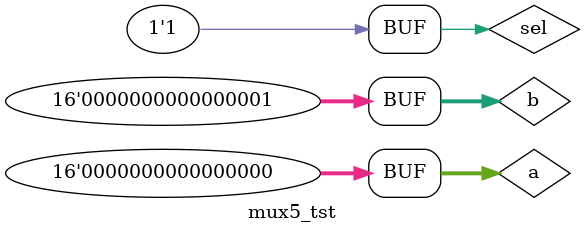
<source format=v>
`timescale 1ns / 1ps


module mux5_tst;

	// Inputs
	reg [15:0] a;
	reg [15:0] b;
	reg sel;

	// Outputs
	wire [15:0] o;

	// Instantiate the Unit Under Test (UUT)
	MUX_5 uut (
		.a(a), 
		.b(b), 
		.sel(sel), 
		.o(o)
	);

	initial begin
		a = 0;
		b = 0;
		sel = 0;

		
		#100;
		a = 1;
		b = 0;
		sel = 0;

		
		#100;
		a = 0;
		b = 1;
		sel = 1;

		
		#100;

	end
      
endmodule


</source>
